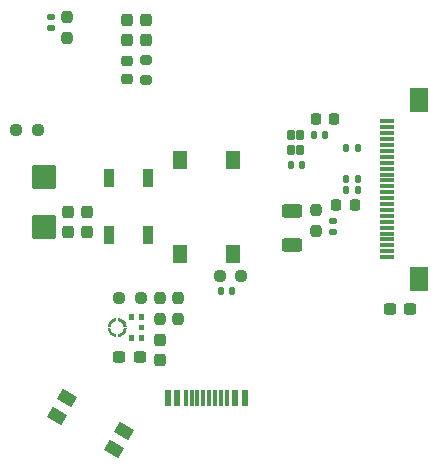
<source format=gbr>
%TF.GenerationSoftware,KiCad,Pcbnew,8.0.5*%
%TF.CreationDate,2025-01-09T20:15:46+01:00*%
%TF.ProjectId,test,74657374-2e6b-4696-9361-645f70636258,rev?*%
%TF.SameCoordinates,PX517370cPY341b1c8*%
%TF.FileFunction,Paste,Top*%
%TF.FilePolarity,Positive*%
%FSLAX46Y46*%
G04 Gerber Fmt 4.6, Leading zero omitted, Abs format (unit mm)*
G04 Created by KiCad (PCBNEW 8.0.5) date 2025-01-09 20:15:46*
%MOMM*%
%LPD*%
G01*
G04 APERTURE LIST*
G04 Aperture macros list*
%AMRoundRect*
0 Rectangle with rounded corners*
0 $1 Rounding radius*
0 $2 $3 $4 $5 $6 $7 $8 $9 X,Y pos of 4 corners*
0 Add a 4 corners polygon primitive as box body*
4,1,4,$2,$3,$4,$5,$6,$7,$8,$9,$2,$3,0*
0 Add four circle primitives for the rounded corners*
1,1,$1+$1,$2,$3*
1,1,$1+$1,$4,$5*
1,1,$1+$1,$6,$7*
1,1,$1+$1,$8,$9*
0 Add four rect primitives between the rounded corners*
20,1,$1+$1,$2,$3,$4,$5,0*
20,1,$1+$1,$4,$5,$6,$7,0*
20,1,$1+$1,$6,$7,$8,$9,0*
20,1,$1+$1,$8,$9,$2,$3,0*%
%AMRotRect*
0 Rectangle, with rotation*
0 The origin of the aperture is its center*
0 $1 length*
0 $2 width*
0 $3 Rotation angle, in degrees counterclockwise*
0 Add horizontal line*
21,1,$1,$2,0,0,$3*%
G04 Aperture macros list end*
%ADD10C,0.000000*%
%ADD11R,0.600000X1.450000*%
%ADD12R,0.300000X1.450000*%
%ADD13RoundRect,0.237500X0.237500X-0.300000X0.237500X0.300000X-0.237500X0.300000X-0.237500X-0.300000X0*%
%ADD14RoundRect,0.140000X-0.140000X-0.170000X0.140000X-0.170000X0.140000X0.170000X-0.140000X0.170000X0*%
%ADD15R,0.900000X1.500000*%
%ADD16RotRect,1.400000X1.000000X330.000000*%
%ADD17RoundRect,0.200000X0.275000X-0.200000X0.275000X0.200000X-0.275000X0.200000X-0.275000X-0.200000X0*%
%ADD18RoundRect,0.237500X-0.250000X-0.237500X0.250000X-0.237500X0.250000X0.237500X-0.250000X0.237500X0*%
%ADD19R,1.300000X1.550000*%
%ADD20RoundRect,0.237500X0.300000X0.237500X-0.300000X0.237500X-0.300000X-0.237500X0.300000X-0.237500X0*%
%ADD21RoundRect,0.225000X-0.250000X0.225000X-0.250000X-0.225000X0.250000X-0.225000X0.250000X0.225000X0*%
%ADD22RoundRect,0.237500X0.237500X-0.250000X0.237500X0.250000X-0.237500X0.250000X-0.237500X-0.250000X0*%
%ADD23RoundRect,0.237500X-0.237500X0.300000X-0.237500X-0.300000X0.237500X-0.300000X0.237500X0.300000X0*%
%ADD24R,1.300000X0.300000*%
%ADD25R,1.600000X2.000000*%
%ADD26RoundRect,0.140000X0.140000X0.170000X-0.140000X0.170000X-0.140000X-0.170000X0.140000X-0.170000X0*%
%ADD27RoundRect,0.225000X0.225000X0.250000X-0.225000X0.250000X-0.225000X-0.250000X0.225000X-0.250000X0*%
%ADD28RoundRect,0.250000X0.625000X-0.312500X0.625000X0.312500X-0.625000X0.312500X-0.625000X-0.312500X0*%
%ADD29RoundRect,0.225000X-0.225000X-0.250000X0.225000X-0.250000X0.225000X0.250000X-0.225000X0.250000X0*%
%ADD30RoundRect,0.030000X-0.270000X0.357500X-0.270000X-0.357500X0.270000X-0.357500X0.270000X0.357500X0*%
%ADD31RoundRect,0.140000X-0.170000X0.140000X-0.170000X-0.140000X0.170000X-0.140000X0.170000X0.140000X0*%
%ADD32RoundRect,0.237500X-0.237500X0.250000X-0.237500X-0.250000X0.237500X-0.250000X0.237500X0.250000X0*%
%ADD33RoundRect,0.237500X0.250000X0.237500X-0.250000X0.237500X-0.250000X-0.237500X0.250000X-0.237500X0*%
%ADD34RoundRect,0.100000X-0.900000X0.900000X-0.900000X-0.900000X0.900000X-0.900000X0.900000X0.900000X0*%
G04 APERTURE END LIST*
%TO.C,MK2*%
G36*
X-6089000Y-9580000D02*
G01*
X-6511000Y-9580000D01*
X-6511000Y-9080000D01*
X-6089000Y-9080000D01*
X-6089000Y-9580000D01*
G37*
G36*
X-6089000Y-10880000D02*
G01*
X-6511000Y-10880000D01*
X-6511000Y-11380000D01*
X-6089000Y-11380000D01*
X-6089000Y-10880000D01*
G37*
G36*
X-5267000Y-9080000D02*
G01*
X-5689000Y-9080000D01*
X-5689000Y-9580000D01*
X-5267000Y-9580000D01*
X-5267000Y-9080000D01*
G37*
G36*
X-5267000Y-9980000D02*
G01*
X-5689000Y-9980000D01*
X-5689000Y-10480000D01*
X-5267000Y-10480000D01*
X-5267000Y-9980000D01*
G37*
G36*
X-5267000Y-11380000D02*
G01*
X-5689000Y-11380000D01*
X-5689000Y-10880000D01*
X-5267000Y-10880000D01*
X-5267000Y-11380000D01*
G37*
D10*
G36*
X-7602000Y-9669700D02*
G01*
X-7711800Y-9690700D01*
X-7815200Y-9732900D01*
X-7908300Y-9794700D01*
X-7987300Y-9873700D01*
X-8049100Y-9966800D01*
X-8091300Y-10070200D01*
X-8112300Y-10180000D01*
X-8363000Y-10180000D01*
X-8335400Y-10014500D01*
X-8274500Y-9858300D01*
X-8182800Y-9717800D01*
X-8064200Y-9599200D01*
X-7923700Y-9507500D01*
X-7767500Y-9446600D01*
X-7602000Y-9419000D01*
X-7602000Y-9669700D01*
G37*
G36*
X-8091300Y-10389800D02*
G01*
X-8049100Y-10493200D01*
X-7987300Y-10586300D01*
X-7908300Y-10665300D01*
X-7815200Y-10727100D01*
X-7711800Y-10769300D01*
X-7602000Y-10790300D01*
X-7602000Y-11041000D01*
X-7767500Y-11013400D01*
X-7923700Y-10952500D01*
X-8064200Y-10860800D01*
X-8182800Y-10742200D01*
X-8274500Y-10601700D01*
X-8335400Y-10445500D01*
X-8363000Y-10280000D01*
X-8112300Y-10280000D01*
X-8091300Y-10389800D01*
G37*
G36*
X-7336500Y-9446600D02*
G01*
X-7180300Y-9507500D01*
X-7039800Y-9599200D01*
X-6921200Y-9717800D01*
X-6829500Y-9858300D01*
X-6768600Y-10014500D01*
X-6741000Y-10180000D01*
X-6991700Y-10180000D01*
X-7012700Y-10070200D01*
X-7054900Y-9966800D01*
X-7116700Y-9873700D01*
X-7195700Y-9794700D01*
X-7288800Y-9732900D01*
X-7392200Y-9690700D01*
X-7502000Y-9669700D01*
X-7502000Y-9419000D01*
X-7336500Y-9446600D01*
G37*
G36*
X-6768600Y-10445500D02*
G01*
X-6829500Y-10601700D01*
X-6921200Y-10742200D01*
X-7039800Y-10860800D01*
X-7180300Y-10952500D01*
X-7336500Y-11013400D01*
X-7502000Y-11041000D01*
X-7502000Y-10790300D01*
X-7392200Y-10769300D01*
X-7288800Y-10727100D01*
X-7195700Y-10665300D01*
X-7116700Y-10586300D01*
X-7054900Y-10493200D01*
X-7012700Y-10389800D01*
X-6991700Y-10280000D01*
X-6741000Y-10280000D01*
X-6768600Y-10445500D01*
G37*
%TD*%
D11*
%TO.C,P1*%
X-3250000Y-16165000D03*
X-2450000Y-16165000D03*
D12*
X-1250000Y-16165000D03*
X-250000Y-16165000D03*
X250000Y-16165000D03*
X1250000Y-16165000D03*
D11*
X2450000Y-16165000D03*
X3250000Y-16165000D03*
X3250000Y-16165000D03*
X2450000Y-16165000D03*
D12*
X1750000Y-16165000D03*
X750000Y-16165000D03*
X-750000Y-16165000D03*
X-1750000Y-16165000D03*
D11*
X-2450000Y-16165000D03*
X-3250000Y-16165000D03*
%TD*%
D13*
%TO.C,C2*%
X-6680000Y14097500D03*
X-6680000Y15822500D03*
%TD*%
D14*
%TO.C,C30*%
X1230000Y-7170000D03*
X2190000Y-7170000D03*
%TD*%
D15*
%TO.C,D4*%
X-8215000Y-2440000D03*
X-4915000Y-2440000D03*
X-4915000Y2460000D03*
X-8215000Y2460000D03*
%TD*%
D16*
%TO.C,SW4*%
X-11789872Y-16217547D03*
X-12639871Y-17689790D03*
X-6940128Y-19017547D03*
X-7790129Y-20489791D03*
%TD*%
D17*
%TO.C,R1*%
X-5130000Y10725000D03*
X-5130000Y12375000D03*
%TD*%
D18*
%TO.C,R2*%
X-7392500Y-7750000D03*
X-5567500Y-7750000D03*
%TD*%
D19*
%TO.C,SW5*%
X-2250000Y3975000D03*
X2250000Y3975000D03*
X2250000Y-3975000D03*
X-2250000Y-3975000D03*
%TD*%
D20*
%TO.C,C21*%
X17240000Y-8680000D03*
X15515000Y-8680000D03*
%TD*%
D21*
%TO.C,C1*%
X-6700000Y12325000D03*
X-6700000Y10775000D03*
%TD*%
D20*
%TO.C,C4*%
X-5637500Y-12690000D03*
X-7362500Y-12690000D03*
%TD*%
D22*
%TO.C,R12*%
X-11780000Y14257500D03*
X-11780000Y16082500D03*
%TD*%
D14*
%TO.C,C29*%
X9110000Y6080000D03*
X10070000Y6080000D03*
%TD*%
D23*
%TO.C,C26*%
X-11670000Y-455000D03*
X-11670000Y-2180000D03*
%TD*%
D24*
%TO.C,U3*%
X15330000Y-4280000D03*
X15330000Y-3780000D03*
X15330000Y-3280000D03*
X15330000Y-2780000D03*
X15330000Y-2280000D03*
X15330000Y-1780000D03*
X15330000Y-1280000D03*
X15330000Y-780000D03*
X15330000Y-280000D03*
X15330000Y220000D03*
X15330000Y720000D03*
X15330000Y1220000D03*
X15330000Y1720000D03*
X15330000Y2220000D03*
X15330000Y2720000D03*
X15330000Y3220000D03*
X15330000Y3720000D03*
X15330000Y4220000D03*
X15330000Y4720000D03*
X15330000Y5220000D03*
X15330000Y5720000D03*
X15330000Y6220000D03*
X15330000Y6720000D03*
X15330000Y7220000D03*
D25*
X18010000Y-6130000D03*
X18010000Y9070000D03*
%TD*%
D26*
%TO.C,C33*%
X8120000Y3538000D03*
X7160000Y3538000D03*
%TD*%
D27*
%TO.C,C23*%
X10855000Y7440000D03*
X9305000Y7440000D03*
%TD*%
D18*
%TO.C,R10*%
X-16092500Y6530000D03*
X-14267500Y6530000D03*
%TD*%
D22*
%TO.C,R3*%
X-3949500Y-9552500D03*
X-3949500Y-7727500D03*
%TD*%
D23*
%TO.C,C25*%
X-10120000Y-437500D03*
X-10120000Y-2162500D03*
%TD*%
D26*
%TO.C,C31*%
X12830000Y1390000D03*
X11870000Y1390000D03*
%TD*%
D28*
%TO.C,NC3*%
X7257500Y-3264500D03*
X7257500Y-339500D03*
%TD*%
D13*
%TO.C,C3*%
X-5110000Y14097500D03*
X-5110000Y15822500D03*
%TD*%
D29*
%TO.C,C24*%
X11012500Y148000D03*
X12562500Y148000D03*
%TD*%
D30*
%TO.C,U4*%
X7140000Y6053400D03*
X7140000Y4778400D03*
X7940000Y4778400D03*
X7940000Y6053400D03*
%TD*%
D31*
%TO.C,C13*%
X10740000Y-1190000D03*
X10740000Y-2150000D03*
%TD*%
D32*
%TO.C,R4*%
X-2359500Y-7707500D03*
X-2359500Y-9532500D03*
%TD*%
D31*
%TO.C,C27*%
X-13170000Y16050000D03*
X-13170000Y15090000D03*
%TD*%
D23*
%TO.C,C5*%
X-3939500Y-11257500D03*
X-3939500Y-12982500D03*
%TD*%
D26*
%TO.C,C9*%
X12830000Y5000000D03*
X11870000Y5000000D03*
%TD*%
D33*
%TO.C,R15*%
X2965000Y-5860000D03*
X1140000Y-5860000D03*
%TD*%
D34*
%TO.C,3v3J2*%
X-13710000Y2516100D03*
X-13710000Y-1751100D03*
%TD*%
D26*
%TO.C,C10*%
X12820000Y2360000D03*
X11860000Y2360000D03*
%TD*%
D22*
%TO.C,R7*%
X9250000Y-2105000D03*
X9250000Y-280000D03*
%TD*%
M02*

</source>
